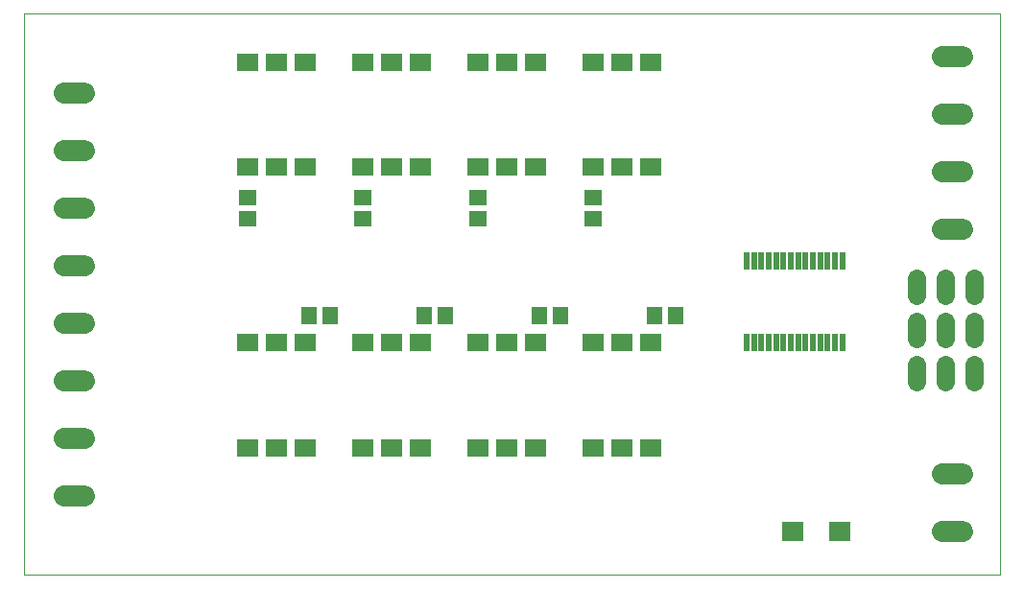
<source format=gts>
G75*
%MOIN*%
%OFA0B0*%
%FSLAX25Y25*%
%IPPOS*%
%LPD*%
%AMOC8*
5,1,8,0,0,1.08239X$1,22.5*
%
%ADD10C,0.00000*%
%ADD11R,0.07487X0.07093*%
%ADD12C,0.07450*%
%ADD13R,0.01975X0.06306*%
%ADD14R,0.07408X0.06384*%
%ADD15R,0.06306X0.05518*%
%ADD16R,0.05518X0.06306*%
%ADD17C,0.06400*%
D10*
X0001000Y0001000D02*
X0001000Y0195961D01*
X0339701Y0195961D01*
X0339701Y0001000D01*
X0001000Y0001000D01*
D11*
X0267929Y0016000D03*
X0284071Y0016000D03*
D12*
X0319975Y0016000D02*
X0327025Y0016000D01*
X0327025Y0036000D02*
X0319975Y0036000D01*
X0319975Y0121000D02*
X0327025Y0121000D01*
X0327025Y0141000D02*
X0319975Y0141000D01*
X0319975Y0161000D02*
X0327025Y0161000D01*
X0327025Y0181000D02*
X0319975Y0181000D01*
X0022025Y0168500D02*
X0014975Y0168500D01*
X0014975Y0148500D02*
X0022025Y0148500D01*
X0022025Y0128500D02*
X0014975Y0128500D01*
X0014975Y0108500D02*
X0022025Y0108500D01*
X0022025Y0088500D02*
X0014975Y0088500D01*
X0014975Y0068500D02*
X0022025Y0068500D01*
X0022025Y0048500D02*
X0014975Y0048500D01*
X0014975Y0028500D02*
X0022025Y0028500D01*
D13*
X0251866Y0081728D03*
X0254425Y0081728D03*
X0256984Y0081728D03*
X0259543Y0081728D03*
X0262102Y0081728D03*
X0264661Y0081728D03*
X0267220Y0081728D03*
X0269780Y0081728D03*
X0272339Y0081728D03*
X0274898Y0081728D03*
X0277457Y0081728D03*
X0280016Y0081728D03*
X0282575Y0081728D03*
X0285134Y0081728D03*
X0285134Y0110272D03*
X0282575Y0110272D03*
X0280016Y0110272D03*
X0277457Y0110272D03*
X0274898Y0110272D03*
X0272339Y0110272D03*
X0269780Y0110272D03*
X0267220Y0110272D03*
X0264661Y0110272D03*
X0262102Y0110272D03*
X0259543Y0110272D03*
X0256984Y0110272D03*
X0254425Y0110272D03*
X0251866Y0110272D03*
D14*
X0218500Y0081787D03*
X0208500Y0081787D03*
X0198500Y0081787D03*
X0178500Y0081787D03*
X0168500Y0081787D03*
X0158500Y0081787D03*
X0138500Y0081787D03*
X0128500Y0081787D03*
X0118500Y0081787D03*
X0098500Y0081787D03*
X0088500Y0081787D03*
X0078500Y0081787D03*
X0078500Y0045213D03*
X0088500Y0045213D03*
X0098500Y0045213D03*
X0118500Y0045213D03*
X0128500Y0045213D03*
X0138500Y0045213D03*
X0158500Y0045213D03*
X0168500Y0045213D03*
X0178500Y0045213D03*
X0198500Y0045213D03*
X0208500Y0045213D03*
X0218500Y0045213D03*
X0218500Y0142713D03*
X0208500Y0142713D03*
X0198500Y0142713D03*
X0178500Y0142713D03*
X0168500Y0142713D03*
X0158500Y0142713D03*
X0138500Y0142713D03*
X0128500Y0142713D03*
X0118500Y0142713D03*
X0098500Y0142713D03*
X0088500Y0142713D03*
X0078500Y0142713D03*
X0078500Y0179287D03*
X0088500Y0179287D03*
X0098500Y0179287D03*
X0118500Y0179287D03*
X0128500Y0179287D03*
X0138500Y0179287D03*
X0158500Y0179287D03*
X0168500Y0179287D03*
X0178500Y0179287D03*
X0198500Y0179287D03*
X0208500Y0179287D03*
X0218500Y0179287D03*
D15*
X0198500Y0132240D03*
X0198500Y0124760D03*
X0158500Y0124760D03*
X0158500Y0132240D03*
X0118500Y0132240D03*
X0118500Y0124760D03*
X0078500Y0124760D03*
X0078500Y0132240D03*
D16*
X0099760Y0091000D03*
X0107240Y0091000D03*
X0139760Y0091000D03*
X0147240Y0091000D03*
X0179760Y0091000D03*
X0187240Y0091000D03*
X0219760Y0091000D03*
X0227240Y0091000D03*
D17*
X0311000Y0089000D02*
X0311000Y0083000D01*
X0321000Y0083000D02*
X0321000Y0089000D01*
X0331000Y0089000D02*
X0331000Y0083000D01*
X0331000Y0074000D02*
X0331000Y0068000D01*
X0321000Y0068000D02*
X0321000Y0074000D01*
X0311000Y0074000D02*
X0311000Y0068000D01*
X0311000Y0098000D02*
X0311000Y0104000D01*
X0321000Y0104000D02*
X0321000Y0098000D01*
X0331000Y0098000D02*
X0331000Y0104000D01*
M02*

</source>
